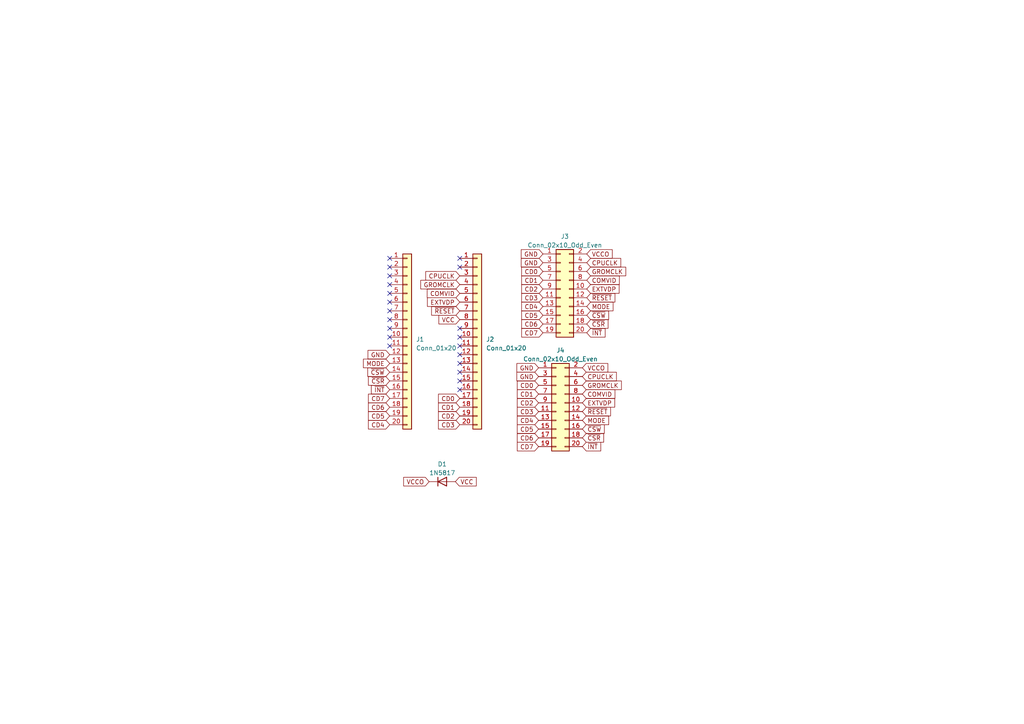
<source format=kicad_sch>
(kicad_sch (version 20230121) (generator eeschema)
  (paper "A4")
  (lib_symbols
    (symbol "Connector_Generic:Conn_01x20" (pin_names (offset 1.016) hide)
      (property "Reference" "J" (at 0 25.4 0))
      (property "Value" "Conn_01x20" (at 0 -27.94 0))
      (symbol "Conn_01x20_1_1"
        (rectangle (start -1.27 -25.273) (end 0 -25.527) (stroke (width 0.1524)))
        (rectangle (start -1.27 -22.733) (end 0 -22.987) (stroke (width 0.1524)))
        (rectangle (start -1.27 -20.193) (end 0 -20.447) (stroke (width 0.1524)))
        (rectangle (start -1.27 -17.653) (end 0 -17.907) (stroke (width 0.1524)))
        (rectangle (start -1.27 -15.113) (end 0 -15.367) (stroke (width 0.1524)))
        (rectangle (start -1.27 -12.573) (end 0 -12.827) (stroke (width 0.1524)))
        (rectangle (start -1.27 -10.033) (end 0 -10.287) (stroke (width 0.1524)))
        (rectangle (start -1.27 -7.493) (end 0 -7.747) (stroke (width 0.1524)))
        (rectangle (start -1.27 -4.953) (end 0 -5.207) (stroke (width 0.1524)))
        (rectangle (start -1.27 -2.413) (end 0 -2.667) (stroke (width 0.1524)))
        (rectangle (start -1.27 0.127) (end 0 -0.127) (stroke (width 0.1524)))
        (rectangle (start -1.27 2.667) (end 0 2.413) (stroke (width 0.1524)))
        (rectangle (start -1.27 5.207) (end 0 4.953) (stroke (width 0.1524)))
        (rectangle (start -1.27 7.747) (end 0 7.493) (stroke (width 0.1524)))
        (rectangle (start -1.27 10.287) (end 0 10.033) (stroke (width 0.1524)))
        (rectangle (start -1.27 12.827) (end 0 12.573) (stroke (width 0.1524)))
        (rectangle (start -1.27 15.367) (end 0 15.113) (stroke (width 0.1524)))
        (rectangle (start -1.27 17.907) (end 0 17.653) (stroke (width 0.1524)))
        (rectangle (start -1.27 20.447) (end 0 20.193) (stroke (width 0.1524)))
        (rectangle (start -1.27 22.987) (end 0 22.733) (stroke (width 0.1524)))
        (rectangle (start -1.27 24.13) (end 1.27 -26.67) (stroke (width 0.254)) (fill (type background)))
        (pin passive line (at -5.08 22.86 0) (length 3.81) (name "Pin_1") (number "1"))
        (pin passive line (at -5.08 0 0) (length 3.81) (name "Pin_10") (number "10"))
        (pin passive line (at -5.08 -2.54 0) (length 3.81) (name "Pin_11") (number "11"))
        (pin passive line (at -5.08 -5.08 0) (length 3.81) (name "Pin_12") (number "12"))
        (pin passive line (at -5.08 -7.62 0) (length 3.81) (name "Pin_13") (number "13"))
        (pin passive line (at -5.08 -10.16 0) (length 3.81) (name "Pin_14") (number "14"))
        (pin passive line (at -5.08 -12.7 0) (length 3.81) (name "Pin_15") (number "15"))
        (pin passive line (at -5.08 -15.24 0) (length 3.81) (name "Pin_16") (number "16"))
        (pin passive line (at -5.08 -17.78 0) (length 3.81) (name "Pin_17") (number "17"))
        (pin passive line (at -5.08 -20.32 0) (length 3.81) (name "Pin_18") (number "18"))
        (pin passive line (at -5.08 -22.86 0) (length 3.81) (name "Pin_19") (number "19"))
        (pin passive line (at -5.08 20.32 0) (length 3.81) (name "Pin_2") (number "2"))
        (pin passive line (at -5.08 -25.4 0) (length 3.81) (name "Pin_20") (number "20"))
        (pin passive line (at -5.08 17.78 0) (length 3.81) (name "Pin_3") (number "3"))
        (pin passive line (at -5.08 15.24 0) (length 3.81) (name "Pin_4") (number "4"))
        (pin passive line (at -5.08 12.7 0) (length 3.81) (name "Pin_5") (number "5"))
        (pin passive line (at -5.08 10.16 0) (length 3.81) (name "Pin_6") (number "6"))
        (pin passive line (at -5.08 7.62 0) (length 3.81) (name "Pin_7") (number "7"))
        (pin passive line (at -5.08 5.08 0) (length 3.81) (name "Pin_8") (number "8"))
        (pin passive line (at -5.08 2.54 0) (length 3.81) (name "Pin_9") (number "9"))
      )
    )
    (symbol "Connector_Generic:Conn_02x10_Odd_Even" (pin_names (offset 1.016) hide)
      (property "Reference" "J" (at 1.27 12.7 0))
      (property "Value" "Conn_02x10_Odd_Even" (at 1.27 -15.24 0))
      (symbol "Conn_02x10_Odd_Even_1_1"
        (rectangle (start -1.27 -12.573) (end 0 -12.827) (stroke (width 0.1524)))
        (rectangle (start -1.27 -10.033) (end 0 -10.287) (stroke (width 0.1524)))
        (rectangle (start -1.27 -7.493) (end 0 -7.747) (stroke (width 0.1524)))
        (rectangle (start -1.27 -4.953) (end 0 -5.207) (stroke (width 0.1524)))
        (rectangle (start -1.27 -2.413) (end 0 -2.667) (stroke (width 0.1524)))
        (rectangle (start -1.27 0.127) (end 0 -0.127) (stroke (width 0.1524)))
        (rectangle (start -1.27 2.667) (end 0 2.413) (stroke (width 0.1524)))
        (rectangle (start -1.27 5.207) (end 0 4.953) (stroke (width 0.1524)))
        (rectangle (start -1.27 7.747) (end 0 7.493) (stroke (width 0.1524)))
        (rectangle (start -1.27 10.287) (end 0 10.033) (stroke (width 0.1524)))
        (rectangle (start -1.27 11.43) (end 3.81 -13.97) (stroke (width 0.254)) (fill (type background)))
        (rectangle (start 3.81 -12.573) (end 2.54 -12.827) (stroke (width 0.1524)))
        (rectangle (start 3.81 -10.033) (end 2.54 -10.287) (stroke (width 0.1524)))
        (rectangle (start 3.81 -7.493) (end 2.54 -7.747) (stroke (width 0.1524)))
        (rectangle (start 3.81 -4.953) (end 2.54 -5.207) (stroke (width 0.1524)))
        (rectangle (start 3.81 -2.413) (end 2.54 -2.667) (stroke (width 0.1524)))
        (rectangle (start 3.81 0.127) (end 2.54 -0.127) (stroke (width 0.1524)))
        (rectangle (start 3.81 2.667) (end 2.54 2.413) (stroke (width 0.1524)))
        (rectangle (start 3.81 5.207) (end 2.54 4.953) (stroke (width 0.1524)))
        (rectangle (start 3.81 7.747) (end 2.54 7.493) (stroke (width 0.1524)))
        (rectangle (start 3.81 10.287) (end 2.54 10.033) (stroke (width 0.1524)))
        (pin passive line (at -5.08 10.16 0) (length 3.81) (name "Pin_1") (number "1"))
        (pin passive line (at 7.62 0 180) (length 3.81) (name "Pin_10") (number "10"))
        (pin passive line (at -5.08 -2.54 0) (length 3.81) (name "Pin_11") (number "11"))
        (pin passive line (at 7.62 -2.54 180) (length 3.81) (name "Pin_12") (number "12"))
        (pin passive line (at -5.08 -5.08 0) (length 3.81) (name "Pin_13") (number "13"))
        (pin passive line (at 7.62 -5.08 180) (length 3.81) (name "Pin_14") (number "14"))
        (pin passive line (at -5.08 -7.62 0) (length 3.81) (name "Pin_15") (number "15"))
        (pin passive line (at 7.62 -7.62 180) (length 3.81) (name "Pin_16") (number "16"))
        (pin passive line (at -5.08 -10.16 0) (length 3.81) (name "Pin_17") (number "17"))
        (pin passive line (at 7.62 -10.16 180) (length 3.81) (name "Pin_18") (number "18"))
        (pin passive line (at -5.08 -12.7 0) (length 3.81) (name "Pin_19") (number "19"))
        (pin passive line (at 7.62 10.16 180) (length 3.81) (name "Pin_2") (number "2"))
        (pin passive line (at 7.62 -12.7 180) (length 3.81) (name "Pin_20") (number "20"))
        (pin passive line (at -5.08 7.62 0) (length 3.81) (name "Pin_3") (number "3"))
        (pin passive line (at 7.62 7.62 180) (length 3.81) (name "Pin_4") (number "4"))
        (pin passive line (at -5.08 5.08 0) (length 3.81) (name "Pin_5") (number "5"))
        (pin passive line (at 7.62 5.08 180) (length 3.81) (name "Pin_6") (number "6"))
        (pin passive line (at -5.08 2.54 0) (length 3.81) (name "Pin_7") (number "7"))
        (pin passive line (at 7.62 2.54 180) (length 3.81) (name "Pin_8") (number "8"))
        (pin passive line (at -5.08 0 0) (length 3.81) (name "Pin_9") (number "9"))
      )
    )
    (symbol "Diode:1N4001" (pin_numbers hide) (pin_names hide)
      (property "Reference" "D" (at 0 2.54 0))
      (property "Value" "1N4001" (at 0 -2.54 0))
      (symbol "1N4001_0_1"
        (polyline (pts (xy -1.27 1.27) (xy -1.27 -1.27)) (stroke (width 0.254)))
        (polyline (pts (xy 1.27 0) (xy -1.27 0)))
        (polyline (pts (xy 1.27 1.27) (xy 1.27 -1.27) (xy -1.27 0) (xy 1.27 1.27)) (stroke (width 0.254)))
      )
      (symbol "1N4001_1_1"
        (pin passive line (at -3.81 0 0) (length 2.54) (name "K") (number "1"))
        (pin passive line (at 3.81 0 180) (length 2.54) (name "A") (number "2"))
      )
    )
  )
  (no_connect (at 113.03 97.79))
  (no_connect (at 133.35 77.47))
  (no_connect (at 133.35 100.33))
  (no_connect (at 113.03 80.01))
  (no_connect (at 133.35 110.49))
  (no_connect (at 133.35 105.41))
  (no_connect (at 133.35 74.93))
  (no_connect (at 113.03 87.63))
  (no_connect (at 113.03 90.17))
  (no_connect (at 113.03 77.47))
  (no_connect (at 113.03 92.71))
  (no_connect (at 133.35 102.87))
  (no_connect (at 133.35 97.79))
  (no_connect (at 113.03 82.55))
  (no_connect (at 113.03 85.09))
  (no_connect (at 113.03 95.25))
  (no_connect (at 133.35 95.25))
  (no_connect (at 113.03 100.33))
  (no_connect (at 133.35 107.95))
  (no_connect (at 133.35 113.03))
  (no_connect (at 113.03 74.93))
  (global_label "~{CSR}" (shape input) (at 168.91 127 0) (property "Intersheetrefs" "${INTERSHEET_REFS}" (effects hide)))
  (global_label "CD1" (shape input) (at 156.21 114.3 180) (property "Intersheetrefs" "${INTERSHEET_REFS}" (effects hide)))
  (global_label "GND" (shape input) (at 157.48 76.2 180) (property "Intersheetrefs" "${INTERSHEET_REFS}" (effects hide)))
  (global_label "GND" (shape input) (at 156.21 109.22 180) (property "Intersheetrefs" "${INTERSHEET_REFS}" (effects hide)))
  (global_label "~{RESET}" (shape input) (at 168.91 119.38 0) (property "Intersheetrefs" "${INTERSHEET_REFS}" (effects hide)))
  (global_label "EXTVDP" (shape input) (at 170.18 83.82 0) (property "Intersheetrefs" "${INTERSHEET_REFS}" (effects hide)))
  (global_label "GND" (shape input) (at 113.03 102.87 180) (property "Intersheetrefs" "${INTERSHEET_REFS}" (effects hide)))
  (global_label "CD1" (shape input) (at 157.48 81.28 180) (property "Intersheetrefs" "${INTERSHEET_REFS}" (effects hide)))
  (global_label "~{CSR}" (shape input) (at 170.18 93.98 0) (property "Intersheetrefs" "${INTERSHEET_REFS}" (effects hide)))
  (global_label "MODE" (shape input) (at 170.18 88.9 0) (property "Intersheetrefs" "${INTERSHEET_REFS}" (effects hide)))
  (global_label "~{CSW}" (shape input) (at 113.03 107.95 180) (property "Intersheetrefs" "${INTERSHEET_REFS}" (effects hide)))
  (global_label "GND" (shape input) (at 156.21 106.68 180) (property "Intersheetrefs" "${INTERSHEET_REFS}" (effects hide)))
  (global_label "~{CSR}" (shape input) (at 113.03 110.49 180) (property "Intersheetrefs" "${INTERSHEET_REFS}" (effects hide)))
  (global_label "CD5" (shape input) (at 156.21 124.46 180) (property "Intersheetrefs" "${INTERSHEET_REFS}" (effects hide)))
  (global_label "MODE" (shape input) (at 168.91 121.92 0) (property "Intersheetrefs" "${INTERSHEET_REFS}" (effects hide)))
  (global_label "~{INT}" (shape input) (at 170.18 96.52 0) (property "Intersheetrefs" "${INTERSHEET_REFS}" (effects hide)))
  (global_label "CPUCLK" (shape input) (at 170.18 76.2 0) (property "Intersheetrefs" "${INTERSHEET_REFS}" (effects hide)))
  (global_label "MODE" (shape input) (at 113.03 105.41 180) (property "Intersheetrefs" "${INTERSHEET_REFS}" (effects hide)))
  (global_label "CD5" (shape input) (at 157.48 91.44 180) (property "Intersheetrefs" "${INTERSHEET_REFS}" (effects hide)))
  (global_label "CD0" (shape input) (at 157.48 78.74 180) (property "Intersheetrefs" "${INTERSHEET_REFS}" (effects hide)))
  (global_label "CD7" (shape input) (at 156.21 129.54 180) (property "Intersheetrefs" "${INTERSHEET_REFS}" (effects hide)))
  (global_label "VCC" (shape input) (at 132.08 139.7 0) (property "Intersheetrefs" "${INTERSHEET_REFS}" (effects hide)))
  (global_label "GROMCLK" (shape input) (at 133.35 82.55 180) (property "Intersheetrefs" "${INTERSHEET_REFS}" (effects hide)))
  (global_label "GROMCLK" (shape input) (at 170.18 78.74 0) (property "Intersheetrefs" "${INTERSHEET_REFS}" (effects hide)))
  (global_label "CD2" (shape input) (at 157.48 83.82 180) (property "Intersheetrefs" "${INTERSHEET_REFS}" (effects hide)))
  (global_label "CD2" (shape input) (at 133.35 120.65 180) (property "Intersheetrefs" "${INTERSHEET_REFS}" (effects hide)))
  (global_label "CD3" (shape input) (at 156.21 119.38 180) (property "Intersheetrefs" "${INTERSHEET_REFS}" (effects hide)))
  (global_label "~{INT}" (shape input) (at 113.03 113.03 180) (property "Intersheetrefs" "${INTERSHEET_REFS}" (effects hide)))
  (global_label "CD5" (shape input) (at 113.03 120.65 180) (property "Intersheetrefs" "${INTERSHEET_REFS}" (effects hide)))
  (global_label "CD7" (shape input) (at 113.03 115.57 180) (property "Intersheetrefs" "${INTERSHEET_REFS}" (effects hide)))
  (global_label "VCCO" (shape input) (at 168.91 106.68 0) (property "Intersheetrefs" "${INTERSHEET_REFS}" (effects hide)))
  (global_label "VCC" (shape input) (at 133.35 92.71 180) (property "Intersheetrefs" "${INTERSHEET_REFS}" (effects hide)))
  (global_label "CD6" (shape input) (at 113.03 118.11 180) (property "Intersheetrefs" "${INTERSHEET_REFS}" (effects hide)))
  (global_label "~{CSW}" (shape input) (at 170.18 91.44 0) (property "Intersheetrefs" "${INTERSHEET_REFS}" (effects hide)))
  (global_label "CD0" (shape input) (at 156.21 111.76 180) (property "Intersheetrefs" "${INTERSHEET_REFS}" (effects hide)))
  (global_label "CD7" (shape input) (at 157.48 96.52 180) (property "Intersheetrefs" "${INTERSHEET_REFS}" (effects hide)))
  (global_label "COMVID" (shape input) (at 133.35 85.09 180) (property "Intersheetrefs" "${INTERSHEET_REFS}" (effects hide)))
  (global_label "~{CSW}" (shape input) (at 168.91 124.46 0) (property "Intersheetrefs" "${INTERSHEET_REFS}" (effects hide)))
  (global_label "CD2" (shape input) (at 156.21 116.84 180) (property "Intersheetrefs" "${INTERSHEET_REFS}" (effects hide)))
  (global_label "CD3" (shape input) (at 133.35 123.19 180) (property "Intersheetrefs" "${INTERSHEET_REFS}" (effects hide)))
  (global_label "CPUCLK" (shape input) (at 168.91 109.22 0) (property "Intersheetrefs" "${INTERSHEET_REFS}" (effects hide)))
  (global_label "~{RESET}" (shape input) (at 170.18 86.36 0) (property "Intersheetrefs" "${INTERSHEET_REFS}" (effects hide)))
  (global_label "~{RESET}" (shape input) (at 133.35 90.17 180) (property "Intersheetrefs" "${INTERSHEET_REFS}" (effects hide)))
  (global_label "CD4" (shape input) (at 157.48 88.9 180) (property "Intersheetrefs" "${INTERSHEET_REFS}" (effects hide)))
  (global_label "CD6" (shape input) (at 157.48 93.98 180) (property "Intersheetrefs" "${INTERSHEET_REFS}" (effects hide)))
  (global_label "CD3" (shape input) (at 157.48 86.36 180) (property "Intersheetrefs" "${INTERSHEET_REFS}" (effects hide)))
  (global_label "EXTVDP" (shape input) (at 133.35 87.63 180) (property "Intersheetrefs" "${INTERSHEET_REFS}" (effects hide)))
  (global_label "EXTVDP" (shape input) (at 168.91 116.84 0) (property "Intersheetrefs" "${INTERSHEET_REFS}" (effects hide)))
  (global_label "CPUCLK" (shape input) (at 133.35 80.01 180) (property "Intersheetrefs" "${INTERSHEET_REFS}" (effects hide)))
  (global_label "GROMCLK" (shape input) (at 168.91 111.76 0) (property "Intersheetrefs" "${INTERSHEET_REFS}" (effects hide)))
  (global_label "~{INT}" (shape input) (at 168.91 129.54 0) (property "Intersheetrefs" "${INTERSHEET_REFS}" (effects hide)))
  (global_label "CD1" (shape input) (at 133.35 118.11 180) (property "Intersheetrefs" "${INTERSHEET_REFS}" (effects hide)))
  (global_label "CD4" (shape input) (at 113.03 123.19 180) (property "Intersheetrefs" "${INTERSHEET_REFS}" (effects hide)))
  (global_label "VCCO" (shape input) (at 170.18 73.66 0) (property "Intersheetrefs" "${INTERSHEET_REFS}" (effects hide)))
  (global_label "CD0" (shape input) (at 133.35 115.57 180) (property "Intersheetrefs" "${INTERSHEET_REFS}" (effects hide)))
  (global_label "VCCO" (shape input) (at 124.46 139.7 180) (property "Intersheetrefs" "${INTERSHEET_REFS}" (effects hide)))
  (global_label "CD4" (shape input) (at 156.21 121.92 180) (property "Intersheetrefs" "${INTERSHEET_REFS}" (effects hide)))
  (global_label "CD6" (shape input) (at 156.21 127 180) (property "Intersheetrefs" "${INTERSHEET_REFS}" (effects hide)))
  (global_label "COMVID" (shape input) (at 170.18 81.28 0) (property "Intersheetrefs" "${INTERSHEET_REFS}" (effects hide)))
  (global_label "GND" (shape input) (at 157.48 73.66 180) (property "Intersheetrefs" "${INTERSHEET_REFS}" (effects hide)))
  (global_label "COMVID" (shape input) (at 168.91 114.3 0) (property "Intersheetrefs" "${INTERSHEET_REFS}" (effects hide)))
  (symbol (lib_id "Diode:1N4001") (at 128.27 139.7 0) (unit 1)
    (property "Reference" "D1" (at 128.27 134.62 0))
    (property "Value" "1N5817" (at 128.27 137.16 0))
    (property "Footprint" "Diode_THT:D_DO-41_SOD81_P10.16mm_Horizontal" (effects hide))
    (property "Datasheet" "http://www.vishay.com/docs/88503/1n4001.pdf" (effects hide))
    (property "Sim.Device" "D" (effects hide))
    (property "Sim.Pins" "1=K 2=A" (effects hide))
  )
  (symbol (lib_id "Connector_Generic:Conn_01x20") (at 118.11 97.79 0) (unit 1)
    (property "Reference" "J1" (at 120.65 98.425 0) (effects (justify left)))
    (property "Value" "Conn_01x20" (at 120.65 100.965 0) (effects (justify left)))
    (property "Footprint" "Connector_PinHeader_2.54mm:PinHeader_1x20_P2.54mm_Vertical" (effects hide))
  )
  (symbol (lib_id "Connector_Generic:Conn_02x10_Odd_Even") (at 162.56 83.82 0) (unit 1)
    (property "Reference" "J3" (at 163.83 68.58 0))
    (property "Value" "Conn_02x10_Odd_Even" (at 163.83 71.12 0))
    (property "Footprint" "Connector_PinHeader_2.54mm:PinHeader_2x10_P2.54mm_Vertical" (effects hide))
  )
  (symbol (lib_id "Connector_Generic:Conn_01x20") (at 138.43 97.79 0) (unit 1)
    (property "Reference" "J2" (at 140.97 98.425 0) (effects (justify left)))
    (property "Value" "Conn_01x20" (at 140.97 100.965 0) (effects (justify left)))
    (property "Footprint" "Connector_PinHeader_2.54mm:PinHeader_1x20_P2.54mm_Vertical" (effects hide))
  )
  (symbol (lib_id "Connector_Generic:Conn_02x10_Odd_Even") (at 161.29 116.84 0) (unit 1)
    (property "Reference" "J4" (at 162.56 101.6 0))
    (property "Value" "Conn_02x10_Odd_Even" (at 162.56 104.14 0))
    (property "Footprint" "Connector_PinHeader_2.54mm:PinHeader_2x10_P2.54mm_Vertical" (effects hide))
  )
)
</source>
